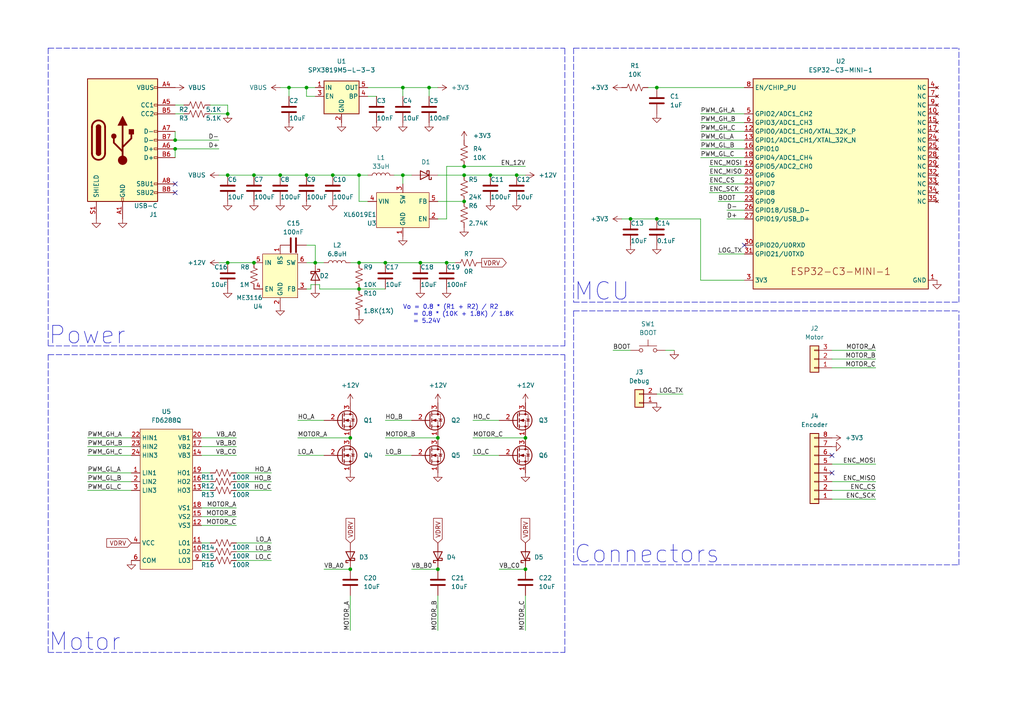
<source format=kicad_sch>
(kicad_sch (version 20211123) (generator eeschema)
  (paper "A4")
  (title_block (title "HelloFOC") (company "XiNGRZ"))
  (lib_symbols
    (symbol "Connector:USB_C_Receptacle_USB2.0" (pin_names (offset 1.016))
      (property "Reference" "J" (at -10.16 19.05 0))
      (property "Value" "USB_C_Receptacle_USB2.0" (at 19.05 19.05 0))
      (symbol "USB_C_Receptacle_USB2.0_1_1"
        (pin passive line (at 0 -22.86 90) (length 5.08) (name "GND") (number "A1"))
        (pin passive line (at 0 -22.86 90) (length 5.08) hide (name "GND") (number "A12"))
        (pin passive line (at 15.24 15.24 180) (length 5.08) (name "VBUS") (number "A4"))
        (pin bidirectional line (at 15.24 10.16 180) (length 5.08) (name "CC1") (number "A5"))
        (pin bidirectional line (at 15.24 -2.54 180) (length 5.08) (name "D+") (number "A6"))
        (pin bidirectional line (at 15.24 2.54 180) (length 5.08) (name "D-") (number "A7"))
        (pin bidirectional line (at 15.24 -12.7 180) (length 5.08) (name "SBU1") (number "A8"))
        (pin passive line (at 15.24 15.24 180) (length 5.08) hide (name "VBUS") (number "A9"))
        (pin passive line (at 0 -22.86 90) (length 5.08) hide (name "GND") (number "B1"))
        (pin passive line (at 0 -22.86 90) (length 5.08) hide (name "GND") (number "B12"))
        (pin passive line (at 15.24 15.24 180) (length 5.08) hide (name "VBUS") (number "B4"))
        (pin bidirectional line (at 15.24 7.62 180) (length 5.08) (name "CC2") (number "B5"))
        (pin bidirectional line (at 15.24 -5.08 180) (length 5.08) (name "D+") (number "B6"))
        (pin bidirectional line (at 15.24 0 180) (length 5.08) (name "D-") (number "B7"))
        (pin bidirectional line (at 15.24 -15.24 180) (length 5.08) (name "SBU2") (number "B8"))
        (pin passive line (at 15.24 15.24 180) (length 5.08) hide (name "VBUS") (number "B9"))
        (pin passive line (at -7.62 -22.86 90) (length 5.08) (name "SHIELD") (number "S1"))
      )
    )
    (symbol "Connector_Generic:Conn_01x02" (pin_names (offset 1.016) hide)
      (property "Reference" "J" (at 0 2.54 0))
      (property "Value" "Conn_01x02" (at 0 -5.08 0))
      (symbol "Conn_01x02_1_1"
        (pin passive line (at -5.08 0 0) (length 3.81) (name "Pin_1") (number "1"))
        (pin passive line (at -5.08 -2.54 0) (length 3.81) (name "Pin_2") (number "2"))
      )
    )
    (symbol "Connector_Generic:Conn_01x03" (pin_names (offset 1.016) hide)
      (property "Reference" "J" (at 0 5.08 0))
      (property "Value" "Conn_01x03" (at 0 -5.08 0))
      (symbol "Conn_01x03_1_1"
        (pin passive line (at -5.08 2.54 0) (length 3.81) (name "Pin_1") (number "1"))
        (pin passive line (at -5.08 0 0) (length 3.81) (name "Pin_2") (number "2"))
        (pin passive line (at -5.08 -2.54 0) (length 3.81) (name "Pin_3") (number "3"))
      )
    )
    (symbol "Connector_Generic:Conn_01x08" (pin_names (offset 1.016) hide)
      (property "Reference" "J" (at 0 10.16 0))
      (property "Value" "Conn_01x08" (at 0 -12.7 0))
      (symbol "Conn_01x08_1_1"
        (pin passive line (at -5.08 7.62 0) (length 3.81) (name "Pin_1") (number "1"))
        (pin passive line (at -5.08 5.08 0) (length 3.81) (name "Pin_2") (number "2"))
        (pin passive line (at -5.08 2.54 0) (length 3.81) (name "Pin_3") (number "3"))
        (pin passive line (at -5.08 0 0) (length 3.81) (name "Pin_4") (number "4"))
        (pin passive line (at -5.08 -2.54 0) (length 3.81) (name "Pin_5") (number "5"))
        (pin passive line (at -5.08 -5.08 0) (length 3.81) (name "Pin_6") (number "6"))
        (pin passive line (at -5.08 -7.62 0) (length 3.81) (name "Pin_7") (number "7"))
        (pin passive line (at -5.08 -10.16 0) (length 3.81) (name "Pin_8") (number "8"))
      )
    )
    (symbol "Device:C" (pin_numbers hide) (pin_names (offset 0.254))
      (property "Reference" "C" (at 0.635 2.54 0))
      (property "Value" "C" (at 0.635 -2.54 0))
      (symbol "C_1_1"
        (pin passive line (at 0 3.81 270) (length 2.794) (name "~") (number "1"))
        (pin passive line (at 0 -3.81 90) (length 2.794) (name "~") (number "2"))
      )
    )
    (symbol "Device:D_Schottky" (pin_numbers hide) (pin_names (offset 1.016) hide)
      (property "Reference" "D" (at 0 2.54 0))
      (property "Value" "D_Schottky" (at 0 -2.54 0))
      (symbol "D_Schottky_1_1"
        (pin passive line (at -3.81 0 0) (length 2.54) (name "K") (number "1"))
        (pin passive line (at 3.81 0 180) (length 2.54) (name "A") (number "2"))
      )
    )
    (symbol "Device:L" (pin_numbers hide) (pin_names (offset 1.016) hide)
      (property "Reference" "L" (at -1.27 0 90))
      (property "Value" "L" (at 1.905 0 90))
      (symbol "L_1_1"
        (pin passive line (at 0 3.81 270) (length 1.27) (name "1") (number "1"))
        (pin passive line (at 0 -3.81 90) (length 1.27) (name "2") (number "2"))
      )
    )
    (symbol "Device:Q_NMOS_SGD" (pin_names (offset 0) hide)
      (property "Reference" "Q" (at 5.08 1.27 0))
      (property "Value" "Q_NMOS_SGD" (at 5.08 -1.27 0))
      (symbol "Q_NMOS_SGD_1_1"
        (pin passive line (at 2.54 -5.08 90) (length 2.54) (name "S") (number "1"))
        (pin input line (at -5.08 0 0) (length 5.08) (name "G") (number "2"))
        (pin passive line (at 2.54 5.08 270) (length 2.54) (name "D") (number "3"))
      )
    )
    (symbol "Device:R_US" (pin_numbers hide) (pin_names (offset 0))
      (property "Reference" "R" (at 2.54 0 90))
      (property "Value" "R_US" (at -2.54 0 90))
      (symbol "R_US_1_1"
        (pin passive line (at 0 3.81 270) (length 1.27) (name "~") (number "1"))
        (pin passive line (at 0 -3.81 90) (length 1.27) (name "~") (number "2"))
      )
    )
    (symbol "Espressif:ESP32-C3-MINI-1"
      (property "Reference" "U" (at -25.4 35.56 0))
      (property "Value" "ESP32-C3-MINI-1" (at -25.4 33.02 0))
      (symbol "ESP32-C3-MINI-1_0_0"
        (text "ESP32-C3-MINI-1" (at 0 -25.4 0) (effects (font (size 2 2))))
      )
      (symbol "ESP32-C3-MINI-1_1_1"
        (pin power_in line (at 27.94 -27.94 180) (length 2.54) (name "GND") (number "1"))
        (pin no_connect line (at 27.94 20.32 180) (length 2.54) (name "NC") (number "10"))
        (pin bidirectional line (at -27.94 15.24 0) (length 2.54) (name "GPIO0/ADC1_CH0/XTAL_32K_P") (number "12"))
        (pin bidirectional line (at -27.94 12.7 0) (length 2.54) (name "GPIO1/ADC1_CH1/XTAL_32K_N") (number "13"))
        (pin no_connect line (at 27.94 17.78 180) (length 2.54) (name "NC") (number "15"))
        (pin bidirectional line (at -27.94 10.16 0) (length 2.54) (name "GPIO10") (number "16"))
        (pin no_connect line (at 27.94 15.24 180) (length 2.54) (name "NC") (number "17"))
        (pin bidirectional line (at -27.94 7.62 0) (length 2.54) (name "GPIO4/ADC1_CH4") (number "18"))
        (pin bidirectional line (at -27.94 5.08 0) (length 2.54) (name "GPIO5/ADC2_CH0") (number "19"))
        (pin passive line (at 27.94 -27.94 180) (length 2.54) hide (name "GND") (number "2"))
        (pin bidirectional line (at -27.94 2.54 0) (length 2.54) (name "GPIO6") (number "20"))
        (pin bidirectional line (at -27.94 0 0) (length 2.54) (name "GPIO7") (number "21"))
        (pin bidirectional line (at -27.94 -2.54 0) (length 2.54) (name "GPIO8") (number "22"))
        (pin bidirectional line (at -27.94 -5.08 0) (length 2.54) (name "GPIO9") (number "23"))
        (pin no_connect line (at 27.94 12.7 180) (length 2.54) (name "NC") (number "24"))
        (pin no_connect line (at 27.94 10.16 180) (length 2.54) (name "NC") (number "25"))
        (pin bidirectional line (at -27.94 -7.62 0) (length 2.54) (name "GPIO18/USB_D-") (number "26"))
        (pin bidirectional line (at -27.94 -10.16 0) (length 2.54) (name "GPIO19/USB_D+") (number "27"))
        (pin no_connect line (at 27.94 7.62 180) (length 2.54) (name "NC") (number "28"))
        (pin no_connect line (at 27.94 5.08 180) (length 2.54) (name "NC") (number "29"))
        (pin power_in line (at -27.94 -27.94 0) (length 2.54) (name "3V3") (number "3"))
        (pin bidirectional line (at -27.94 -17.78 0) (length 2.54) (name "GPIO20/U0RXD") (number "30"))
        (pin bidirectional line (at -27.94 -20.32 0) (length 2.54) (name "GPIO21/U0TXD") (number "31"))
        (pin no_connect line (at 27.94 2.54 180) (length 2.54) (name "NC") (number "32"))
        (pin no_connect line (at 27.94 0 180) (length 2.54) (name "NC") (number "33"))
        (pin no_connect line (at 27.94 -2.54 180) (length 2.54) (name "NC") (number "34"))
        (pin no_connect line (at 27.94 -5.08 180) (length 2.54) (name "NC") (number "35"))
        (pin passive line (at 27.94 -27.94 180) (length 2.54) hide (name "GND") (number "36"))
        (pin passive line (at 27.94 -27.94 180) (length 2.54) hide (name "GND") (number "37"))
        (pin passive line (at 27.94 -27.94 180) (length 2.54) hide (name "GND") (number "38"))
        (pin passive line (at 27.94 -27.94 180) (length 2.54) hide (name "GND") (number "39"))
        (pin no_connect line (at 27.94 27.94 180) (length 2.54) (name "NC") (number "4"))
        (pin passive line (at 27.94 -27.94 180) (length 2.54) hide (name "GND") (number "40"))
        (pin passive line (at 27.94 -27.94 180) (length 2.54) hide (name "GND") (number "41"))
        (pin passive line (at 27.94 -27.94 180) (length 2.54) hide (name "GND") (number "42"))
        (pin passive line (at 27.94 -27.94 180) (length 2.54) hide (name "GND") (number "43"))
        (pin passive line (at 27.94 -27.94 180) (length 2.54) hide (name "GND") (number "44"))
        (pin passive line (at 27.94 -27.94 180) (length 2.54) hide (name "GND") (number "45"))
        (pin passive line (at 27.94 -27.94 180) (length 2.54) hide (name "GND") (number "46"))
        (pin passive line (at 27.94 -27.94 180) (length 2.54) hide (name "GND") (number "47"))
        (pin passive line (at 27.94 -27.94 180) (length 2.54) hide (name "GND") (number "48"))
        (pin passive line (at 27.94 -27.94 180) (length 2.54) hide (name "GND") (number "49"))
        (pin bidirectional line (at -27.94 20.32 0) (length 2.54) (name "GPIO2/ADC1_CH2") (number "5"))
        (pin passive line (at 27.94 -27.94 180) (length 2.54) hide (name "GND") (number "50"))
        (pin passive line (at 27.94 -27.94 180) (length 2.54) hide (name "GND") (number "51"))
        (pin passive line (at 27.94 -27.94 180) (length 2.54) hide (name "GND") (number "52"))
        (pin passive line (at 27.94 -27.94 180) (length 2.54) hide (name "GND") (number "53"))
        (pin bidirectional line (at -27.94 17.78 0) (length 2.54) (name "GPIO3/ADC1_CH3") (number "6"))
        (pin no_connect line (at 27.94 25.4 180) (length 2.54) (name "NC") (number "7"))
        (pin input line (at -27.94 27.94 0) (length 2.54) (name "EN/CHIP_PU") (number "8"))
        (pin no_connect line (at 27.94 22.86 180) (length 2.54) (name "NC") (number "9"))
      )
    )
    (symbol "JLC-SMT:FD6288Q"
      (property "Reference" "U" (at 0 -24.13 0))
      (property "Value" "FD6288Q" (at 0 -21.59 0))
      (symbol "FD6288Q_1_1"
        (pin input line (at -10.16 7.62 0) (length 2.54) (name "LIN1") (number "1"))
        (pin output line (at 10.16 -15.24 180) (length 2.54) (name "LO2") (number "10"))
        (pin output line (at 10.16 -12.7 180) (length 2.54) (name "LO1") (number "11"))
        (pin power_in line (at 10.16 -7.62 180) (length 2.54) (name "VS3") (number "12"))
        (pin output line (at 10.16 2.54 180) (length 2.54) (name "HO3") (number "13"))
        (pin power_in line (at 10.16 12.7 180) (length 2.54) (name "VB3") (number "14"))
        (pin power_in line (at 10.16 -5.08 180) (length 2.54) (name "VS2") (number "15"))
        (pin output line (at 10.16 5.08 180) (length 2.54) (name "HO2") (number "16"))
        (pin power_in line (at 10.16 15.24 180) (length 2.54) (name "VB2") (number "17"))
        (pin power_in line (at 10.16 -2.54 180) (length 2.54) (name "VS1") (number "18"))
        (pin output line (at 10.16 7.62 180) (length 2.54) (name "HO1") (number "19"))
        (pin input line (at -10.16 5.08 0) (length 2.54) (name "LIN2") (number "2"))
        (pin power_in line (at 10.16 17.78 180) (length 2.54) (name "VB1") (number "20"))
        (pin input line (at -10.16 17.78 0) (length 2.54) (name "HIN1") (number "22"))
        (pin input line (at -10.16 15.24 0) (length 2.54) (name "HIN2") (number "23"))
        (pin input line (at -10.16 12.7 0) (length 2.54) (name "HIN3") (number "24"))
        (pin input line (at -10.16 2.54 0) (length 2.54) (name "LIN3") (number "3"))
        (pin power_in line (at -10.16 -12.7 0) (length 2.54) (name "VCC") (number "4"))
        (pin power_in line (at -10.16 -17.78 0) (length 2.54) (name "COM") (number "6"))
        (pin output line (at 10.16 -17.78 180) (length 2.54) (name "LO3") (number "9"))
      )
    )
    (symbol "JLC-SMT:ME3116"
      (property "Reference" "U" (at 1.27 -10.16 0))
      (property "Value" "ME3116" (at 1.27 -7.62 0))
      (symbol "ME3116_1_1"
        (pin passive line (at 0 8.89 270) (length 2.54) (name "BS") (number "1"))
        (pin power_in line (at 0 -8.89 90) (length 2.54) (name "GND") (number "2"))
        (pin input line (at 7.62 -3.81 180) (length 2.54) (name "FB") (number "3"))
        (pin input line (at -7.62 -3.81 0) (length 2.54) (name "EN") (number "4"))
        (pin power_in line (at -7.62 3.81 0) (length 2.54) (name "IN") (number "5"))
        (pin power_out line (at 7.62 3.81 180) (length 2.54) (name "SW") (number "6"))
      )
    )
    (symbol "JLC-SMT:XL6019E1"
      (property "Reference" "U" (at 2.54 -8.89 0))
      (property "Value" "XL6019E1" (at 2.54 -6.35 0))
      (symbol "XL6019E1_1_1"
        (pin power_in line (at 0 -7.62 90) (length 2.54) (name "GND") (number "1"))
        (pin input line (at 10.16 -2.54 180) (length 2.54) (name "EN") (number "2"))
        (pin passive line (at 0 7.62 270) (length 2.54) (name "SW") (number "3"))
        (pin power_in line (at -10.16 2.54 0) (length 2.54) (name "VIN") (number "4"))
        (pin passive line (at 10.16 2.54 180) (length 2.54) (name "FB") (number "5"))
        (pin passive line (at 0 7.62 270) (length 2.54) hide (name "SW") (number "6"))
      )
    )
    (symbol "Regulator_Linear:SPX3819M5-L-3-3" (pin_names (offset 0.254))
      (property "Reference" "U" (at -3.81 5.715 0))
      (property "Value" "SPX3819M5-L-3-3" (at 0 5.715 0))
      (symbol "SPX3819M5-L-3-3_1_1"
        (pin power_in line (at -7.62 2.54 0) (length 2.54) (name "IN") (number "1"))
        (pin power_in line (at 0 -7.62 90) (length 2.54) (name "GND") (number "2"))
        (pin input line (at -7.62 0 0) (length 2.54) (name "EN") (number "3"))
        (pin input line (at 7.62 0 180) (length 2.54) (name "BP") (number "4"))
        (pin power_out line (at 7.62 2.54 180) (length 2.54) (name "OUT") (number "5"))
      )
    )
    (symbol "Switch:SW_Push" (pin_numbers hide) (pin_names (offset 1.016) hide)
      (property "Reference" "SW" (at 1.27 2.54 0))
      (property "Value" "SW_Push" (at 0 -1.524 0))
      (symbol "SW_Push_0_1"
        (pin passive line (at -5.08 0 0) (length 2.54) (name "1") (number "1"))
        (pin passive line (at 5.08 0 180) (length 2.54) (name "2") (number "2"))
      )
    )
    (symbol "power:+12V" (power) (pin_names (offset 0))
      (property "Value" "+12V" (at 0 3.556 0))
      (symbol "+12V_1_1"
        (pin power_in line (at 0 0 90) (length 0) hide (name "+12V") (number "1"))
      )
    )
    (symbol "power:+3V3" (power) (pin_names (offset 0))
      (property "Value" "+3V3" (at 0 3.556 0))
      (symbol "+3V3_1_1"
        (pin power_in line (at 0 0 90) (length 0) hide (name "+3V3") (number "1"))
      )
    )
    (symbol "power:GND" (power) (pin_names (offset 0))
      (property "Value" "GND" (at 0 -3.81 0))
      (symbol "GND_1_1"
        (pin power_in line (at 0 0 270) (length 0) hide (name "GND") (number "1"))
      )
    )
    (symbol "power:VBUS" (power) (pin_names (offset 0))
      (property "Value" "VBUS" (at 0 3.81 0))
      (symbol "VBUS_1_1"
        (pin power_in line (at 0 0 90) (length 0) hide (name "VBUS") (number "1"))
      )
    )
  )
  (junction (at 182.88 63.5))
  (junction (at 127 127))
  (junction (at 88.9 50.8))
  (junction (at 134.62 50.8))
  (junction (at 66.04 33.02))
  (junction (at 66.04 50.8))
  (junction (at 124.46 25.4))
  (junction (at 83.82 25.4))
  (junction (at 101.6 127))
  (junction (at 127 165.1))
  (junction (at 73.66 50.8))
  (junction (at 190.5 25.4))
  (junction (at 88.9 25.4))
  (junction (at 116.84 25.4))
  (junction (at 91.44 76.2))
  (junction (at 134.62 48.26))
  (junction (at 142.24 50.8))
  (junction (at 152.4 165.1))
  (junction (at 111.76 76.2))
  (junction (at 96.52 50.8))
  (junction (at 66.04 76.2))
  (junction (at 104.14 76.2))
  (junction (at 152.4 127))
  (junction (at 101.6 165.1))
  (junction (at 121.92 76.2))
  (junction (at 73.66 76.2))
  (junction (at 149.86 50.8))
  (junction (at 104.14 50.8))
  (junction (at 81.28 50.8))
  (junction (at 116.84 50.8))
  (junction (at 134.62 58.42))
  (junction (at 190.5 63.5))
  (junction (at 129.54 76.2))
  (junction (at 50.8 40.64))
  (junction (at 50.8 43.18))
  (junction (at 104.14 83.82))
  (no_connect (at 241.3 137.16))
  (no_connect (at 241.3 132.08))
  (no_connect (at 215.9 71.12))
  (no_connect (at 50.8 55.88))
  (no_connect (at 50.8 53.34))
  (wire (pts (xy 106.68 25.4) (xy 116.84 25.4)))
  (wire (pts (xy 104.14 83.82) (xy 111.76 83.82)))
  (wire (pts (xy 203.2 35.56) (xy 215.9 35.56)))
  (wire (pts (xy 50.8 38.1) (xy 50.8 40.64)))
  (polyline (pts (xy 13.97 189.23) (xy 163.83 189.23)))
  (polyline (pts (xy 13.97 100.33) (xy 163.83 100.33)))
  (polyline (pts (xy 166.37 90.17) (xy 166.37 163.83)))
  (wire (pts (xy 25.4 142.24) (xy 38.1 142.24)))
  (polyline (pts (xy 278.13 87.63) (xy 278.13 13.97)))
  (wire (pts (xy 208.28 58.42) (xy 215.9 58.42)))
  (wire (pts (xy 101.6 76.2) (xy 104.14 76.2)))
  (wire (pts (xy 83.82 25.4) (xy 88.9 25.4)))
  (wire (pts (xy 180.34 63.5) (xy 182.88 63.5)))
  (wire (pts (xy 193.04 101.6) (xy 195.58 101.6)))
  (wire (pts (xy 60.96 33.02) (xy 66.04 33.02)))
  (wire (pts (xy 63.5 50.8) (xy 66.04 50.8)))
  (wire (pts (xy 116.84 50.8) (xy 116.84 53.34)))
  (wire (pts (xy 73.66 50.8) (xy 81.28 50.8)))
  (wire (pts (xy 63.5 76.2) (xy 66.04 76.2)))
  (wire (pts (xy 215.9 60.96) (xy 210.82 60.96)))
  (wire (pts (xy 241.3 144.78) (xy 254 144.78)))
  (wire (pts (xy 241.3 134.62) (xy 254 134.62)))
  (wire (pts (xy 104.14 76.2) (xy 111.76 76.2)))
  (wire (pts (xy 106.68 58.42) (xy 104.14 58.42)))
  (wire (pts (xy 58.42 160.02) (xy 60.96 160.02)))
  (polyline (pts (xy 166.37 163.83) (xy 278.13 163.83)))
  (wire (pts (xy 58.42 132.08) (xy 68.58 132.08)))
  (wire (pts (xy 205.74 53.34) (xy 215.9 53.34)))
  (wire (pts (xy 81.28 50.8) (xy 88.9 50.8)))
  (wire (pts (xy 68.58 137.16) (xy 78.74 137.16)))
  (wire (pts (xy 68.58 160.02) (xy 78.74 160.02)))
  (polyline (pts (xy 13.97 102.87) (xy 163.83 102.87)))
  (wire (pts (xy 137.16 132.08) (xy 144.78 132.08)))
  (wire (pts (xy 203.2 81.28) (xy 215.9 81.28)))
  (polyline (pts (xy 163.83 100.33) (xy 163.83 13.97)))
  (wire (pts (xy 111.76 132.08) (xy 119.38 132.08)))
  (wire (pts (xy 92.71 82.55) (xy 92.71 83.82)))
  (wire (pts (xy 58.42 139.7) (xy 60.96 139.7)))
  (wire (pts (xy 111.76 76.2) (xy 121.92 76.2)))
  (wire (pts (xy 58.42 152.4) (xy 68.58 152.4)))
  (wire (pts (xy 68.58 162.56) (xy 78.74 162.56)))
  (wire (pts (xy 25.4 127) (xy 38.1 127)))
  (wire (pts (xy 58.42 127) (xy 68.58 127)))
  (wire (pts (xy 177.8 101.6) (xy 182.88 101.6)))
  (wire (pts (xy 58.42 162.56) (xy 60.96 162.56)))
  (wire (pts (xy 58.42 157.48) (xy 60.96 157.48)))
  (wire (pts (xy 124.46 25.4) (xy 127 25.4)))
  (wire (pts (xy 58.42 137.16) (xy 60.96 137.16)))
  (wire (pts (xy 152.4 48.26) (xy 134.62 48.26)))
  (wire (pts (xy 119.38 165.1) (xy 127 165.1)))
  (wire (pts (xy 86.36 132.08) (xy 93.98 132.08)))
  (wire (pts (xy 66.04 50.8) (xy 73.66 50.8)))
  (polyline (pts (xy 166.37 13.97) (xy 278.13 13.97)))
  (wire (pts (xy 124.46 27.94) (xy 124.46 25.4)))
  (wire (pts (xy 137.16 121.92) (xy 144.78 121.92)))
  (wire (pts (xy 205.74 50.8) (xy 215.9 50.8)))
  (wire (pts (xy 111.76 121.92) (xy 119.38 121.92)))
  (wire (pts (xy 203.2 33.02) (xy 215.9 33.02)))
  (wire (pts (xy 25.4 132.08) (xy 38.1 132.08)))
  (wire (pts (xy 241.3 104.14) (xy 254 104.14)))
  (wire (pts (xy 93.98 165.1) (xy 101.6 165.1)))
  (wire (pts (xy 127 50.8) (xy 134.62 50.8)))
  (wire (pts (xy 58.42 142.24) (xy 60.96 142.24)))
  (wire (pts (xy 86.36 127) (xy 101.6 127)))
  (wire (pts (xy 116.84 25.4) (xy 124.46 25.4)))
  (wire (pts (xy 129.54 48.26) (xy 129.54 63.5)))
  (wire (pts (xy 101.6 172.72) (xy 101.6 182.88)))
  (wire (pts (xy 91.44 27.94) (xy 88.9 27.94)))
  (wire (pts (xy 203.2 63.5) (xy 190.5 63.5)))
  (wire (pts (xy 88.9 50.8) (xy 96.52 50.8)))
  (wire (pts (xy 129.54 76.2) (xy 132.08 76.2)))
  (wire (pts (xy 50.8 43.18) (xy 63.5 43.18)))
  (wire (pts (xy 88.9 25.4) (xy 91.44 25.4)))
  (wire (pts (xy 190.5 114.3) (xy 198.12 114.3)))
  (wire (pts (xy 81.28 25.4) (xy 83.82 25.4)))
  (wire (pts (xy 91.44 76.2) (xy 93.98 76.2)))
  (wire (pts (xy 215.9 63.5) (xy 210.82 63.5)))
  (wire (pts (xy 60.96 30.48) (xy 66.04 30.48)))
  (wire (pts (xy 90.17 82.55) (xy 90.17 83.82)))
  (wire (pts (xy 96.52 50.8) (xy 104.14 50.8)))
  (wire (pts (xy 92.71 83.82) (xy 104.14 83.82)))
  (wire (pts (xy 88.9 83.82) (xy 90.17 83.82)))
  (wire (pts (xy 68.58 139.7) (xy 78.74 139.7)))
  (wire (pts (xy 137.16 127) (xy 152.4 127)))
  (wire (pts (xy 134.62 50.8) (xy 142.24 50.8)))
  (wire (pts (xy 149.86 50.8) (xy 152.4 50.8)))
  (wire (pts (xy 203.2 38.1) (xy 215.9 38.1)))
  (wire (pts (xy 66.04 76.2) (xy 73.66 76.2)))
  (wire (pts (xy 91.44 71.12) (xy 91.44 76.2)))
  (polyline (pts (xy 278.13 163.83) (xy 278.13 90.17)))
  (wire (pts (xy 90.17 82.55) (xy 92.71 82.55)))
  (wire (pts (xy 50.8 30.48) (xy 53.34 30.48)))
  (wire (pts (xy 205.74 48.26) (xy 215.9 48.26)))
  (wire (pts (xy 203.2 63.5) (xy 203.2 81.28)))
  (wire (pts (xy 88.9 27.94) (xy 88.9 25.4)))
  (wire (pts (xy 58.42 147.32) (xy 68.58 147.32)))
  (wire (pts (xy 190.5 25.4) (xy 215.9 25.4)))
  (wire (pts (xy 68.58 157.48) (xy 78.74 157.48)))
  (wire (pts (xy 116.84 25.4) (xy 116.84 27.94)))
  (wire (pts (xy 58.42 149.86) (xy 68.58 149.86)))
  (wire (pts (xy 203.2 45.72) (xy 215.9 45.72)))
  (wire (pts (xy 114.3 50.8) (xy 116.84 50.8)))
  (polyline (pts (xy 13.97 13.97) (xy 13.97 100.33)))
  (wire (pts (xy 25.4 137.16) (xy 38.1 137.16)))
  (wire (pts (xy 129.54 48.26) (xy 134.62 48.26)))
  (wire (pts (xy 152.4 172.72) (xy 152.4 182.88)))
  (wire (pts (xy 104.14 50.8) (xy 106.68 50.8)))
  (polyline (pts (xy 166.37 90.17) (xy 278.13 90.17)))
  (wire (pts (xy 144.78 165.1) (xy 152.4 165.1)))
  (wire (pts (xy 25.4 129.54) (xy 38.1 129.54)))
  (wire (pts (xy 68.58 142.24) (xy 78.74 142.24)))
  (wire (pts (xy 88.9 76.2) (xy 91.44 76.2)))
  (polyline (pts (xy 163.83 189.23) (xy 163.83 102.87)))
  (wire (pts (xy 203.2 43.18) (xy 215.9 43.18)))
  (wire (pts (xy 127 58.42) (xy 134.62 58.42)))
  (wire (pts (xy 241.3 142.24) (xy 254 142.24)))
  (wire (pts (xy 116.84 50.8) (xy 119.38 50.8)))
  (wire (pts (xy 50.8 40.64) (xy 63.5 40.64)))
  (wire (pts (xy 50.8 45.72) (xy 50.8 43.18)))
  (wire (pts (xy 111.76 127) (xy 127 127)))
  (wire (pts (xy 25.4 139.7) (xy 38.1 139.7)))
  (polyline (pts (xy 13.97 102.87) (xy 13.97 189.23)))
  (wire (pts (xy 142.24 50.8) (xy 149.86 50.8)))
  (polyline (pts (xy 13.97 13.97) (xy 163.83 13.97)))
  (wire (pts (xy 104.14 58.42) (xy 104.14 50.8)))
  (wire (pts (xy 127 63.5) (xy 129.54 63.5)))
  (wire (pts (xy 121.92 76.2) (xy 129.54 76.2)))
  (wire (pts (xy 86.36 121.92) (xy 93.98 121.92)))
  (polyline (pts (xy 166.37 13.97) (xy 166.37 87.63)))
  (wire (pts (xy 241.3 101.6) (xy 254 101.6)))
  (wire (pts (xy 50.8 33.02) (xy 53.34 33.02)))
  (wire (pts (xy 187.96 25.4) (xy 190.5 25.4)))
  (wire (pts (xy 205.74 55.88) (xy 215.9 55.88)))
  (wire (pts (xy 241.3 106.68) (xy 254 106.68)))
  (wire (pts (xy 83.82 25.4) (xy 83.82 27.94)))
  (wire (pts (xy 182.88 63.5) (xy 190.5 63.5)))
  (wire (pts (xy 215.9 73.66) (xy 208.28 73.66)))
  (wire (pts (xy 241.3 139.7) (xy 254 139.7)))
  (wire (pts (xy 58.42 129.54) (xy 68.58 129.54)))
  (wire (pts (xy 203.2 40.64) (xy 215.9 40.64)))
  (wire (pts (xy 127 172.72) (xy 127 182.88)))
  (wire (pts (xy 88.9 71.12) (xy 91.44 71.12)))
  (wire (pts (xy 66.04 30.48) (xy 66.04 33.02)))
  (wire (pts (xy 106.68 27.94) (xy 109.22 27.94)))
  (polyline (pts (xy 166.37 87.63) (xy 278.13 87.63)))
  (text "Power" (at 13.97 100.33 0) (effects (font (size 5.08 5.08)) (justify left bottom)))
  (text "Connectors" (at 166.37 163.83 0) (effects (font (size 5.08 5.08)) (justify left bottom)))
  (text "MCU" (at 166.37 87.63 0) (effects (font (size 5.08 5.08)) (justify left bottom)))
  (text "Vo = 0.8 * (R1 + R2) / R2\n   = 0.8 * (10K + 1.8K) / 1.8K\n   = 5.24V" (at 116.84 93.98 0) (effects (font (size 1.27 1.27)) (justify left bottom)))
  (text "Motor" (at 13.97 189.23 0) (effects (font (size 5.08 5.08)) (justify left bottom)))
  (label "LO_C" (at 137.16 132.08 0))
  (label "HO_A" (at 78.74 137.16 180))
  (label "ENC_MISO" (at 254 139.7 180))
  (label "MOTOR_B" (at 254 104.14 180))
  (label "VB_B0" (at 68.58 129.54 180))
  (label "LO_C" (at 78.74 162.56 180))
  (label "D+" (at 63.5 43.18 180))
  (label "PWM_GH_C" (at 203.2 38.1 0))
  (label "D+" (at 210.82 63.5 0))
  (label "LO_A" (at 86.36 132.08 0))
  (label "ENC_MOSI" (at 205.74 48.26 0))
  (label "PWM_GL_A" (at 203.2 40.64 0))
  (label "ENC_SCK" (at 205.74 55.88 0))
  (label "MOTOR_B" (at 68.58 149.86 180))
  (label "EN_12V" (at 152.4 48.26 180))
  (label "MOTOR_A" (at 68.58 147.32 180))
  (label "HO_B" (at 111.76 121.92 0))
  (label "LOG_TX" (at 208.28 73.66 0))
  (label "MOTOR_C" (at 137.16 127 0))
  (label "ENC_SCK" (at 254 144.78 180))
  (label "HO_C" (at 78.74 142.24 180))
  (label "ENC_MOSI" (at 254 134.62 180))
  (label "PWM_GL_C" (at 203.2 45.72 0))
  (label "PWM_GH_C" (at 25.4 132.08 0))
  (label "MOTOR_C" (at 152.4 182.88 90))
  (label "VB_C0" (at 68.58 132.08 180))
  (label "VB_B0" (at 119.38 165.1 0))
  (label "MOTOR_A" (at 101.6 182.88 90))
  (label "LO_A" (at 78.74 157.48 180))
  (label "ENC_CS" (at 254 142.24 180))
  (label "VB_C0" (at 144.78 165.1 0))
  (label "PWM_GL_B" (at 25.4 139.7 0))
  (label "LO_B" (at 111.76 132.08 0))
  (label "LOG_TX" (at 198.12 114.3 180))
  (label "PWM_GH_B" (at 203.2 35.56 0))
  (label "MOTOR_B" (at 127 182.88 90))
  (label "ENC_CS" (at 205.74 53.34 0))
  (label "LO_B" (at 78.74 160.02 180))
  (label "HO_A" (at 86.36 121.92 0))
  (label "ENC_MISO" (at 205.74 50.8 0))
  (label "VB_A0" (at 93.98 165.1 0))
  (label "HO_B" (at 78.74 139.7 180))
  (label "PWM_GL_A" (at 25.4 137.16 0))
  (label "PWM_GH_A" (at 25.4 127 0))
  (label "VB_A0" (at 68.58 127 180))
  (label "MOTOR_A" (at 86.36 127 0))
  (label "BOOT" (at 208.28 58.42 0))
  (label "MOTOR_A" (at 254 101.6 180))
  (label "D-" (at 210.82 60.96 0))
  (label "MOTOR_B" (at 111.76 127 0))
  (label "BOOT" (at 177.8 101.6 0))
  (label "HO_C" (at 137.16 121.92 0))
  (label "D-" (at 63.5 40.64 180))
  (label "PWM_GL_B" (at 203.2 43.18 0))
  (label "PWM_GL_C" (at 25.4 142.24 0))
  (label "PWM_GH_B" (at 25.4 129.54 0))
  (label "MOTOR_C" (at 68.58 152.4 180))
  (label "PWM_GH_A" (at 203.2 33.02 0))
  (label "MOTOR_C" (at 254 106.68 180))
  (global_label "VDRV" (shape input) (at 152.4 157.48 90) (property "插入图纸页参考" "${INTERSHEET_REFS}" (effects hide)))
  (global_label "VDRV" (shape input) (at 38.1 157.48 180) (property "插入图纸页参考" "${INTERSHEET_REFS}" (effects hide)))
  (global_label "VDRV" (shape output) (at 139.7 76.2 0) (property "插入图纸页参考" "${INTERSHEET_REFS}" (effects hide)))
  (global_label "VDRV" (shape input) (at 127 157.48 90) (property "插入图纸页参考" "${INTERSHEET_REFS}" (effects hide)))
  (global_label "VDRV" (shape input) (at 101.6 157.48 90) (property "插入图纸页参考" "${INTERSHEET_REFS}" (effects hide)))
  (symbol (lib_id "Device:C") (at 88.9 54.61 0) (unit 1)
    (property "Reference" "C9" (at 88.9 52.07 0) (effects (justify left)))
    (property "Value" "100uF" (at 88.9 57.15 0) (effects (justify left)))
    (property "Footprint" "Capacitor_SMD:C_1206_3216Metric" (effects hide))
  )
  (symbol (lib_id "Device:R_US") (at 57.15 33.02 90) (unit 1)
    (property "Reference" "R3" (at 54.61 34.29 90) (effects (justify left)))
    (property "Value" "5.1K" (at 59.69 34.29 90) (effects (justify right)))
    (property "Footprint" "Resistor_SMD:R_0402_1005Metric" (effects hide))
  )
  (symbol (lib_id "power:GND") (at 190.5 116.84 0) (unit 1)
    (property "Reference" "#PWR041" (effects hide))
    (property "Value" "GND" (effects hide))
  )
  (symbol (lib_id "Device:L") (at 97.79 76.2 90) (unit 1)
    (property "Reference" "L2" (at 97.79 71.12 90))
    (property "Value" "6.8uH" (at 97.79 73.66 90))
    (property "Footprint" "Inductor_SMD:L_1008_2520Metric" (effects hide))
    (property "Manufacturer" "COILMX" (effects hide))
    (property "PartNumber" "C435291" (effects hide))
    (property "Supplier" "JLC-EXT" (effects hide))
  )
  (symbol (lib_id "power:GND") (at 66.04 33.02 0) (unit 1)
    (property "Reference" "#PWR05" (effects hide))
    (property "Value" "GND" (effects hide))
  )
  (symbol (lib_id "power:GND") (at 88.9 58.42 0) (unit 1)
    (property "Reference" "#PWR018" (effects hide))
    (property "Value" "GND" (effects hide))
  )
  (symbol (lib_id "Device:R_US") (at 64.77 142.24 90) (unit 1)
    (property "Reference" "R13" (at 62.23 143.51 90) (effects (justify left)))
    (property "Value" "100R" (at 67.31 143.51 90) (effects (justify right)))
    (property "Footprint" "Resistor_SMD:R_0402_1005Metric" (effects hide))
  )
  (symbol (lib_id "Espressif:ESP32-C3-MINI-1") (at 243.84 53.34 0) (unit 1)
    (property "Reference" "U2" (at 243.84 17.78 0))
    (property "Value" "ESP32-C3-MINI-1" (at 243.84 20.32 0))
    (property "Footprint" "Espressif:ESP32-C3-MINI-1" (effects hide))
    (property "Datasheet" "https://www.espressif.com/sites/default/files/documentation/esp32-c3-mini-1_datasheet_en.pdf" (effects hide))
    (property "Manufacturer" "ESPRESSIF" (effects hide))
    (property "PartNumber" "C2838502" (effects hide))
    (property "Supplier" "JLC-EXT" (effects hide))
  )
  (symbol (lib_id "Device:C") (at 111.76 80.01 0) (unit 1)
    (property "Reference" "C17" (at 111.76 77.47 0) (effects (justify left)))
    (property "Value" "10uF" (at 111.76 82.55 0) (effects (justify left)))
    (property "Footprint" "Capacitor_SMD:C_0402_1005Metric" (effects hide))
  )
  (symbol (lib_id "power:GND") (at 116.84 68.58 0) (unit 1)
    (property "Reference" "#PWR026" (effects hide))
    (property "Value" "GND" (effects hide))
  )
  (symbol (lib_id "Device:D_Schottky") (at 127 161.29 90) (unit 1)
    (property "Reference" "D4" (at 129.54 161.6074 90) (effects (justify right)))
    (property "Value" "B5819WS" (effects hide))
    (property "Footprint" "Diode_SMD:D_SOD-323" (effects hide))
    (property "PartNumber" "C488405" (effects hide))
    (property "Manufacturer" "Slkor" (effects hide))
    (property "Supplier" "JLC-EXT" (effects hide))
  )
  (symbol (lib_id "power:GND") (at 81.28 88.9 0) (unit 1)
    (property "Reference" "#PWR035" (effects hide))
    (property "Value" "GND" (effects hide))
  )
  (symbol (lib_id "Device:R_US") (at 184.15 25.4 90) (unit 1)
    (property "Reference" "R1" (at 184.15 19.05 90))
    (property "Value" "10K" (at 184.15 21.59 90))
    (property "Footprint" "Resistor_SMD:R_0402_1005Metric" (effects hide))
  )
  (symbol (lib_id "power:GND") (at 116.84 35.56 0) (unit 1)
    (property "Reference" "#PWR010" (effects hide))
    (property "Value" "GND" (effects hide))
  )
  (symbol (lib_id "Device:C") (at 116.84 31.75 0) (unit 1)
    (property "Reference" "C4" (at 116.84 29.21 0) (effects (justify left)))
    (property "Value" "10uF" (at 116.84 34.29 0) (effects (justify left)))
    (property "Footprint" "Capacitor_SMD:C_0402_1005Metric" (effects hide))
  )
  (symbol (lib_id "Device:C") (at 83.82 31.75 0) (unit 1)
    (property "Reference" "C2" (at 83.82 29.21 0) (effects (justify left)))
    (property "Value" "10uF" (at 83.82 34.29 0) (effects (justify left)))
    (property "Footprint" "Capacitor_SMD:C_0402_1005Metric" (effects hide))
  )
  (symbol (lib_id "power:GND") (at 271.78 81.28 0) (unit 1)
    (property "Reference" "#PWR030" (effects hide))
    (property "Value" "GND" (effects hide))
  )
  (symbol (lib_id "Device:Q_NMOS_SGD") (at 99.06 121.92 0) (unit 1)
    (property "Reference" "Q1" (at 105.41 121.9199 0) (effects (justify left)))
    (property "Value" "EMB09N03V" (effects hide))
    (property "Footprint" "JLC-SMT:EMC_EMB09N03V" (effects hide))
    (property "Manufacturer" "EMC" (effects hide))
    (property "PartNumber" "C461957" (effects hide))
    (property "Supplier" "JLC-EXT" (effects hide))
  )
  (symbol (lib_id "power:GND") (at 149.86 58.42 0) (unit 1)
    (property "Reference" "#PWR021" (effects hide))
    (property "Value" "GND" (effects hide))
  )
  (symbol (lib_id "Device:L") (at 110.49 50.8 90) (unit 1)
    (property "Reference" "L1" (at 110.49 45.72 90))
    (property "Value" "33uH" (at 110.49 48.26 90))
    (property "Footprint" "Inductor_SMD:L_10.4x10.4_H4.8" (effects hide))
    (property "Manufacturer" "COILMX" (effects hide))
    (property "PartNumber" "C380056" (effects hide))
    (property "Supplier" "JLC-EXT" (effects hide))
  )
  (symbol (lib_id "Device:R_US") (at 64.77 157.48 90) (unit 1)
    (property "Reference" "R14" (at 62.23 158.75 90) (effects (justify left)))
    (property "Value" "100R" (at 67.31 158.75 90) (effects (justify right)))
    (property "Footprint" "Resistor_SMD:R_0402_1005Metric" (effects hide))
  )
  (symbol (lib_id "power:VBUS") (at 81.28 25.4 90) (unit 1)
    (property "Reference" "#PWR02" (effects hide))
    (property "Value" "VBUS" (at 77.47 25.3999 90) (effects (justify left)))
  )
  (symbol (lib_id "power:GND") (at 101.6 137.16 0) (unit 1)
    (property "Reference" "#PWR044" (effects hide))
    (property "Value" "GND" (effects hide))
  )
  (symbol (lib_id "Regulator_Linear:SPX3819M5-L-3-3") (at 99.06 27.94 0) (unit 1)
    (property "Reference" "U1" (at 99.06 17.78 0))
    (property "Value" "SPX3819M5-L-3-3" (at 99.06 20.32 0))
    (property "Footprint" "Package_TO_SOT_SMD:SOT-23-5" (effects hide))
    (property "Datasheet" "https://www.exar.com/content/document.ashx?id=22106&languageid=1033&type=Datasheet&partnumber=SPX3819&filename=SPX3819.pdf&part=SPX3819" (effects hide))
    (property "Manufacturer" "MaxLinear" (effects hide))
    (property "PartNumber" "C9055" (effects hide))
    (property "Supplier" "JLC-EXT" (effects hide))
  )
  (symbol (lib_id "power:GND") (at 66.04 58.42 0) (unit 1)
    (property "Reference" "#PWR015" (effects hide))
    (property "Value" "GND" (effects hide))
  )
  (symbol (lib_id "Device:Q_NMOS_SGD") (at 149.86 121.92 0) (unit 1)
    (property "Reference" "Q3" (at 156.21 121.9199 0) (effects (justify left)))
    (property "Value" "EMB09N03V" (effects hide))
    (property "Footprint" "JLC-SMT:EMC_EMB09N03V" (effects hide))
    (property "Manufacturer" "EMC" (effects hide))
    (property "PartNumber" "C461957" (effects hide))
    (property "Supplier" "JLC-EXT" (effects hide))
  )
  (symbol (lib_id "Device:R_US") (at 64.77 160.02 90) (unit 1)
    (property "Reference" "R15" (at 62.23 161.29 90) (effects (justify left)))
    (property "Value" "100R" (at 67.31 161.29 90) (effects (justify right)))
    (property "Footprint" "Resistor_SMD:R_0402_1005Metric" (effects hide))
  )
  (symbol (lib_id "Device:C") (at 149.86 54.61 0) (unit 1)
    (property "Reference" "C12" (at 149.86 52.07 0) (effects (justify left)))
    (property "Value" "10uF" (at 149.86 57.15 0) (effects (justify left)))
    (property "Footprint" "Capacitor_SMD:C_0402_1005Metric" (effects hide))
  )
  (symbol (lib_id "Device:Q_NMOS_SGD") (at 99.06 132.08 0) (unit 1)
    (property "Reference" "Q4" (at 105.41 132.0799 0) (effects (justify left)))
    (property "Value" "EMB09N03V" (effects hide))
    (property "Footprint" "JLC-SMT:EMC_EMB09N03V" (effects hide))
    (property "Manufacturer" "EMC" (effects hide))
    (property "PartNumber" "C461957" (effects hide))
    (property "Supplier" "JLC-EXT" (effects hide))
  )
  (symbol (lib_id "Device:D_Schottky") (at 152.4 161.29 90) (unit 1)
    (property "Reference" "D5" (at 154.94 161.6074 90) (effects (justify right)))
    (property "Value" "B5819WS" (effects hide))
    (property "Footprint" "Diode_SMD:D_SOD-323" (effects hide))
    (property "PartNumber" "C488405" (effects hide))
    (property "Manufacturer" "Slkor" (effects hide))
    (property "Supplier" "JLC-EXT" (effects hide))
  )
  (symbol (lib_id "power:GND") (at 142.24 58.42 0) (unit 1)
    (property "Reference" "#PWR020" (effects hide))
    (property "Value" "GND" (effects hide))
  )
  (symbol (lib_id "Switch:SW_Push") (at 187.96 101.6 0) (unit 1)
    (property "Reference" "SW1" (at 187.96 93.98 0))
    (property "Value" "BOOT" (at 187.96 96.52 0))
    (property "Footprint" "JLC-SMT:SMD-SW-4_5.1X5.1" (effects hide))
    (property "Manufacturer" "XKB" (effects hide))
    (property "PartNumber" "C318884" (effects hide))
    (property "Supplier" "JLC" (effects hide))
  )
  (symbol (lib_id "Connector:USB_C_Receptacle_USB2.0") (at 35.56 40.64 0) (unit 1)
    (property "Reference" "J1" (at 45.72 62.23 0) (effects (justify right)))
    (property "Value" "USB-C" (at 45.72 59.69 0) (effects (justify right)))
    (property "Footprint" "JLC-SMT:HRO_TYPE-C-31-M-12" (effects hide))
    (property "Datasheet" "https://www.usb.org/sites/default/files/documents/usb_type-c.zip" (effects hide))
    (property "Manufacturer" "HRO" (effects hide))
    (property "PartNumber" "C165948" (effects hide))
    (property "Supplier" "JLC-EXT" (effects hide))
  )
  (symbol (lib_id "Device:R_US") (at 134.62 62.23 180) (unit 1)
    (property "Reference" "R6" (at 135.89 59.69 0) (effects (justify right)))
    (property "Value" "2.74K" (at 135.89 64.77 0) (effects (justify right)))
    (property "Footprint" "Resistor_SMD:R_0402_1005Metric" (effects hide))
  )
  (symbol (lib_id "Connector_Generic:Conn_01x02") (at 185.42 116.84 180) (unit 1)
    (property "Reference" "J3" (at 185.42 107.95 0))
    (property "Value" "Debug" (at 185.42 110.49 0))
    (property "Footprint" "Connector_PinHeader_2.54mm:PinHeader_1x02_P2.54mm_Vertical" (effects hide))
  )
  (symbol (lib_id "power:GND") (at 27.94 63.5 0) (unit 1)
    (property "Reference" "#PWR022" (effects hide))
    (property "Value" "GND" (effects hide))
  )
  (symbol (lib_id "power:GND") (at 241.3 129.54 90) (unit 1)
    (property "Reference" "#PWR043" (effects hide))
    (property "Value" "GND" (effects hide))
  )
  (symbol (lib_id "power:+12V") (at 63.5 76.2 90) (unit 1)
    (property "Reference" "#PWR029" (effects hide))
    (property "Value" "+12V" (at 59.69 76.2 90) (effects (justify left)))
  )
  (symbol (lib_id "power:+12V") (at 152.4 116.84 0) (unit 1)
    (property "Reference" "#PWR040" (effects hide))
    (property "Value" "+12V" (at 152.4 111.76 0))
  )
  (symbol (lib_id "Device:C") (at 129.54 80.01 0) (unit 1)
    (property "Reference" "C19" (at 129.54 77.47 0) (effects (justify left)))
    (property "Value" "100nF" (at 129.54 82.55 0) (effects (justify left)))
    (property "Footprint" "Capacitor_SMD:C_0402_1005Metric" (effects hide))
    (property "Manufacturer" "SAMSUNG" (effects hide))
    (property "PartNumber" "C307331" (effects hide))
    (property "Supplier" "JLC" (effects hide))
  )
  (symbol (lib_id "power:GND") (at 35.56 63.5 0) (unit 1)
    (property "Reference" "#PWR023" (effects hide))
    (property "Value" "GND" (effects hide))
  )
  (symbol (lib_id "JLC-SMT:FD6288Q") (at 48.26 144.78 0) (unit 1)
    (property "Reference" "U5" (at 48.26 119.38 0))
    (property "Value" "FD6288Q" (at 48.26 121.92 0))
    (property "Footprint" "Package_DFN_QFN:QFN-24-1EP_4x4mm_P0.5mm_EP2.7x2.7mm" (effects hide))
    (property "Manufacturer" "Fortior Tech" (effects hide))
    (property "PartNumber" "C328453" (effects hide))
    (property "Supplier" "JLC-EXT" (effects hide))
  )
  (symbol (lib_id "Device:Q_NMOS_SGD") (at 124.46 132.08 0) (unit 1)
    (property "Reference" "Q5" (at 130.81 132.0799 0) (effects (justify left)))
    (property "Value" "EMB09N03V" (effects hide))
    (property "Footprint" "JLC-SMT:EMC_EMB09N03V" (effects hide))
    (property "Manufacturer" "EMC" (effects hide))
    (property "PartNumber" "C461957" (effects hide))
    (property "Supplier" "JLC-EXT" (effects hide))
  )
  (symbol (lib_id "power:+3V3") (at 134.62 40.64 0) (unit 1)
    (property "Reference" "#PWR012" (effects hide))
    (property "Value" "+3V3" (at 137.16 39.3699 0) (effects (justify left)))
  )
  (symbol (lib_id "Device:R_US") (at 64.77 137.16 90) (unit 1)
    (property "Reference" "R11" (at 62.23 138.43 90) (effects (justify left)))
    (property "Value" "100R" (at 67.31 138.43 90) (effects (justify right)))
    (property "Footprint" "Resistor_SMD:R_0402_1005Metric" (effects hide))
  )
  (symbol (lib_id "Device:D_Schottky") (at 101.6 161.29 90) (unit 1)
    (property "Reference" "D3" (at 104.14 161.6074 90) (effects (justify right)))
    (property "Value" "B5819WS" (effects hide))
    (property "Footprint" "Diode_SMD:D_SOD-323" (effects hide))
    (property "PartNumber" "C488405" (effects hide))
    (property "Manufacturer" "Slkor" (effects hide))
    (property "Supplier" "JLC-EXT" (effects hide))
  )
  (symbol (lib_id "Device:R_US") (at 104.14 87.63 180) (unit 1)
    (property "Reference" "R10" (at 105.41 85.09 0) (effects (justify right)))
    (property "Value" "1.8K(1%)" (at 105.41 90.17 0) (effects (justify right)))
    (property "Footprint" "Resistor_SMD:R_0402_1005Metric" (effects hide))
  )
  (symbol (lib_id "Device:C") (at 121.92 80.01 0) (unit 1)
    (property "Reference" "C18" (at 121.92 77.47 0) (effects (justify left)))
    (property "Value" "10uF" (at 121.92 82.55 0) (effects (justify left)))
    (property "Footprint" "Capacitor_SMD:C_0402_1005Metric" (effects hide))
  )
  (symbol (lib_id "Device:D_Schottky") (at 91.44 80.01 270) (unit 1)
    (property "Reference" "D2" (at 92.71 80.01 90) (effects (justify left)))
    (property "Value" "B5819WS" (effects hide))
    (property "Footprint" "Diode_SMD:D_SOD-323" (effects hide))
    (property "Manufacturer" "Slkor" (effects hide))
    (property "PartNumber" "C488405" (effects hide))
    (property "Supplier" "JLC-EXT" (effects hide))
  )
  (symbol (lib_id "power:GND") (at 96.52 58.42 0) (unit 1)
    (property "Reference" "#PWR019" (effects hide))
    (property "Value" "GND" (effects hide))
  )
  (symbol (lib_id "power:+12V") (at 101.6 116.84 0) (unit 1)
    (property "Reference" "#PWR038" (effects hide))
    (property "Value" "+12V" (at 101.6 111.76 0))
  )
  (symbol (lib_id "power:+12V") (at 127 116.84 0) (unit 1)
    (property "Reference" "#PWR039" (effects hide))
    (property "Value" "+12V" (at 127 111.76 0))
  )
  (symbol (lib_id "Device:C") (at 66.04 80.01 0) (unit 1)
    (property "Reference" "C16" (at 66.04 77.47 0) (effects (justify right)))
    (property "Value" "10uF" (at 66.04 82.55 0) (effects (justify right)))
    (property "Footprint" "Capacitor_SMD:C_0402_1005Metric" (effects hide))
  )
  (symbol (lib_id "JLC-SMT:ME3116") (at 81.28 80.01 0) (unit 1)
    (property "Reference" "U4" (at 76.2 88.9 0) (effects (justify right)))
    (property "Value" "ME3116" (at 76.2 86.36 0) (effects (justify right)))
    (property "Footprint" "Package_TO_SOT_SMD:SOT-23-6" (effects hide))
    (property "Manufacturer" "MICRONE" (effects hide))
    (property "PartNumber" "C97643" (effects hide))
    (property "Supplier" "JLC-EXT" (effects hide))
  )
  (symbol (lib_id "power:GND") (at 190.5 33.02 0) (unit 1)
    (property "Reference" "#PWR06" (effects hide))
    (property "Value" "GND" (effects hide))
  )
  (symbol (lib_id "Device:R_US") (at 64.77 139.7 90) (unit 1)
    (property "Reference" "R12" (at 62.23 140.97 90) (effects (justify left)))
    (property "Value" "100R" (at 67.31 140.97 90) (effects (justify right)))
    (property "Footprint" "Resistor_SMD:R_0402_1005Metric" (effects hide))
  )
  (symbol (lib_id "power:VBUS") (at 63.5 50.8 90) (unit 1)
    (property "Reference" "#PWR013" (effects hide))
    (property "Value" "VBUS" (at 59.69 50.7999 90) (effects (justify left)))
  )
  (symbol (lib_id "Device:C") (at 142.24 54.61 0) (unit 1)
    (property "Reference" "C11" (at 142.24 52.07 0) (effects (justify left)))
    (property "Value" "100uF" (at 142.24 57.15 0) (effects (justify left)))
    (property "Footprint" "Capacitor_SMD:C_1206_3216Metric" (effects hide))
  )
  (symbol (lib_id "Device:D_Schottky") (at 123.19 50.8 180) (unit 1)
    (property "Reference" "D1" (at 123.5075 46.99 0))
    (property "Value" "SS34" (effects hide))
    (property "Footprint" "Diode_SMD:D_SMC" (effects hide))
    (property "Manufacturer" "LGE" (effects hide))
    (property "PartNumber" "C717457" (effects hide))
    (property "Supplier" "JLC-EXT" (effects hide))
  )
  (symbol (lib_id "Device:C") (at 124.46 31.75 0) (unit 1)
    (property "Reference" "C5" (at 124.46 29.21 0) (effects (justify left)))
    (property "Value" "100nF" (at 124.46 34.29 0) (effects (justify left)))
    (property "Footprint" "Capacitor_SMD:C_0402_1005Metric" (effects hide))
    (property "Manufacturer" "SAMSUNG" (effects hide))
    (property "PartNumber" "C307331" (effects hide))
    (property "Supplier" "JLC" (effects hide))
  )
  (symbol (lib_id "Device:C") (at 81.28 54.61 0) (unit 1)
    (property "Reference" "C8" (at 81.28 52.07 0) (effects (justify left)))
    (property "Value" "100uF" (at 81.28 57.15 0) (effects (justify left)))
    (property "Footprint" "Capacitor_SMD:C_1206_3216Metric" (effects hide))
  )
  (symbol (lib_id "Device:C") (at 152.4 168.91 0) (unit 1)
    (property "Reference" "C22" (at 156.21 167.6399 0) (effects (justify left)))
    (property "Value" "10uF" (at 156.21 170.1799 0) (effects (justify left)))
    (property "Footprint" "Capacitor_SMD:C_0402_1005Metric" (effects hide))
  )
  (symbol (lib_id "power:GND") (at 104.14 91.44 0) (unit 1)
    (property "Reference" "#PWR036" (effects hide))
    (property "Value" "GND" (effects hide))
  )
  (symbol (lib_id "power:+3V3") (at 180.34 63.5 90) (unit 1)
    (property "Reference" "#PWR024" (effects hide))
    (property "Value" "+3V3" (at 176.53 63.5 90) (effects (justify left)))
  )
  (symbol (lib_id "power:GND") (at 99.06 35.56 0) (unit 1)
    (property "Reference" "#PWR08" (effects hide))
    (property "Value" "GND" (effects hide))
  )
  (symbol (lib_id "power:GND") (at 182.88 71.12 0) (unit 1)
    (property "Reference" "#PWR027" (effects hide))
    (property "Value" "GND" (effects hide))
  )
  (symbol (lib_id "power:GND") (at 152.4 137.16 0) (unit 1)
    (property "Reference" "#PWR046" (effects hide))
    (property "Value" "GND" (effects hide))
  )
  (symbol (lib_id "Device:R_US") (at 135.89 76.2 90) (unit 1)
    (property "Reference" "R7" (at 135.89 73.66 90))
    (property "Value" "0R" (at 135.89 78.74 90))
    (property "Footprint" "Resistor_SMD:R_0402_1005Metric" (effects hide))
  )
  (symbol (lib_id "JLC-SMT:XL6019E1") (at 116.84 60.96 0) (unit 1)
    (property "Reference" "U3" (at 109.22 64.77 0) (effects (justify right)))
    (property "Value" "XL6019E1" (at 109.22 62.23 0) (effects (justify right)))
    (property "Footprint" "Package_TO_SOT_SMD:TO-263-5_TabPin6" (effects hide))
    (property "Manufacturer" "XLSEMI" (effects hide))
    (property "PartNumber" "C73018" (effects hide))
    (property "Supplier" "JLC-EXT" (effects hide))
  )
  (symbol (lib_id "power:GND") (at 195.58 101.6 0) (unit 1)
    (property "Reference" "#PWR037" (effects hide))
    (property "Value" "GND" (effects hide))
  )
  (symbol (lib_id "power:GND") (at 124.46 35.56 0) (unit 1)
    (property "Reference" "#PWR011" (effects hide))
    (property "Value" "GND" (effects hide))
  )
  (symbol (lib_id "Device:C") (at 182.88 67.31 0) (unit 1)
    (property "Reference" "C13" (at 182.88 64.77 0) (effects (justify left)))
    (property "Value" "10uF" (at 182.88 69.85 0) (effects (justify left)))
    (property "Footprint" "Capacitor_SMD:C_0402_1005Metric" (effects hide))
  )
  (symbol (lib_id "power:GND") (at 83.82 35.56 0) (unit 1)
    (property "Reference" "#PWR07" (effects hide))
    (property "Value" "GND" (effects hide))
  )
  (symbol (lib_id "power:+12V") (at 152.4 50.8 270) (unit 1)
    (property "Reference" "#PWR014" (effects hide))
    (property "Value" "+12V" (at 156.21 50.7999 90) (effects (justify left)))
  )
  (symbol (lib_id "Device:C") (at 85.09 71.12 90) (unit 1)
    (property "Reference" "C15" (at 85.09 64.77 90))
    (property "Value" "100nF" (at 85.09 67.31 90))
    (property "Footprint" "Capacitor_SMD:C_0402_1005Metric" (effects hide))
    (property "Manufacturer" "SAMSUNG" (effects hide))
    (property "PartNumber" "C307331" (effects hide))
    (property "Supplier" "JLC" (effects hide))
  )
  (symbol (lib_id "power:GND") (at 81.28 58.42 0) (unit 1)
    (property "Reference" "#PWR017" (effects hide))
    (property "Value" "GND" (effects hide))
  )
  (symbol (lib_id "power:GND") (at 73.66 58.42 0) (unit 1)
    (property "Reference" "#PWR016" (effects hide))
    (property "Value" "GND" (effects hide))
  )
  (symbol (lib_id "Connector_Generic:Conn_01x08") (at 236.22 137.16 180) (unit 1)
    (property "Reference" "J4" (at 236.22 120.65 0))
    (property "Value" "Encoder" (at 236.22 123.19 0))
    (property "Manufacturer" "kinghelm" (effects hide))
    (property "PartNumber" "C709364" (effects hide))
    (property "Supplier" "JLC-EXT" (effects hide))
  )
  (symbol (lib_id "power:GND") (at 109.22 35.56 0) (unit 1)
    (property "Reference" "#PWR09" (effects hide))
    (property "Value" "GND" (effects hide))
  )
  (symbol (lib_id "Device:C") (at 109.22 31.75 0) (unit 1)
    (property "Reference" "C3" (at 109.22 29.21 0) (effects (justify left)))
    (property "Value" "10nF" (at 109.22 34.29 0) (effects (justify left)))
    (property "Footprint" "Capacitor_SMD:C_0402_1005Metric" (effects hide))
  )
  (symbol (lib_id "power:GND") (at 66.04 83.82 0) (unit 1)
    (property "Reference" "#PWR031" (effects hide))
    (property "Value" "GND" (effects hide))
  )
  (symbol (lib_id "Device:C") (at 127 168.91 0) (unit 1)
    (property "Reference" "C21" (at 130.81 167.6399 0) (effects (justify left)))
    (property "Value" "10uF" (at 130.81 170.1799 0) (effects (justify left)))
    (property "Footprint" "Capacitor_SMD:C_0402_1005Metric" (effects hide))
  )
  (symbol (lib_id "Device:Q_NMOS_SGD") (at 124.46 121.92 0) (unit 1)
    (property "Reference" "Q2" (at 130.81 121.9199 0) (effects (justify left)))
    (property "Value" "EMB09N03V" (effects hide))
    (property "Footprint" "JLC-SMT:EMC_EMB09N03V" (effects hide))
    (property "Manufacturer" "EMC" (effects hide))
    (property "PartNumber" "C461957" (effects hide))
    (property "Supplier" "JLC-EXT" (effects hide))
  )
  (symbol (lib_id "Connector_Generic:Conn_01x03") (at 236.22 104.14 180) (unit 1)
    (property "Reference" "J2" (at 236.22 95.25 0))
    (property "Value" "Motor" (at 236.22 97.79 0))
    (property "Manufacturer" "TXGA" (effects hide))
    (property "PartNumber" "C2834021" (effects hide))
    (property "Supplier" "JLC-EXT" (effects hide))
  )
  (symbol (lib_id "power:VBUS") (at 50.8 25.4 270) (unit 1)
    (property "Reference" "#PWR01" (effects hide))
    (property "Value" "VBUS" (at 54.61 25.3999 90) (effects (justify left)))
  )
  (symbol (lib_id "power:+3V3") (at 127 25.4 270) (unit 1)
    (property "Reference" "#PWR03" (effects hide))
    (property "Value" "+3V3" (at 130.81 25.3999 90) (effects (justify left)))
  )
  (symbol (lib_id "Device:R_US") (at 134.62 54.61 180) (unit 1)
    (property "Reference" "R5" (at 135.89 52.07 0) (effects (justify right)))
    (property "Value" "24K" (at 135.89 57.15 0) (effects (justify right)))
    (property "Footprint" "Resistor_SMD:R_0402_1005Metric" (effects hide))
  )
  (symbol (lib_id "power:GND") (at 127 137.16 0) (unit 1)
    (property "Reference" "#PWR045" (effects hide))
    (property "Value" "GND" (effects hide))
  )
  (symbol (lib_id "Device:Q_NMOS_SGD") (at 149.86 132.08 0) (unit 1)
    (property "Reference" "Q6" (at 156.21 132.0799 0) (effects (justify left)))
    (property "Value" "EMB09N03V" (effects hide))
    (property "Footprint" "JLC-SMT:EMC_EMB09N03V" (effects hide))
    (property "Manufacturer" "EMC" (effects hide))
    (property "PartNumber" "C461957" (effects hide))
    (property "Supplier" "JLC-EXT" (effects hide))
  )
  (symbol (lib_id "power:GND") (at 91.44 83.82 0) (unit 1)
    (property "Reference" "#PWR032" (effects hide))
    (property "Value" "GND" (effects hide))
  )
  (symbol (lib_id "Device:R_US") (at 57.15 30.48 90) (unit 1)
    (property "Reference" "R2" (at 54.61 31.75 90) (effects (justify left)))
    (property "Value" "5.1K" (at 59.69 31.75 90) (effects (justify right)))
    (property "Footprint" "Resistor_SMD:R_0402_1005Metric" (effects hide))
  )
  (symbol (lib_id "Device:C") (at 190.5 67.31 0) (unit 1)
    (property "Reference" "C14" (at 190.5 64.77 0) (effects (justify left)))
    (property "Value" "0.1uF" (at 190.5 69.85 0) (effects (justify left)))
    (property "Footprint" "Capacitor_SMD:C_0402_1005Metric" (effects hide))
  )
  (symbol (lib_id "Device:R_US") (at 73.66 80.01 180) (unit 1)
    (property "Reference" "R8" (at 72.39 77.47 0) (effects (justify left)))
    (property "Value" "1M" (at 72.39 82.5499 0) (effects (justify left)))
    (property "Footprint" "Resistor_SMD:R_0402_1005Metric" (effects hide))
  )
  (symbol (lib_id "power:GND") (at 121.92 83.82 0) (unit 1)
    (property "Reference" "#PWR033" (effects hide))
    (property "Value" "GND" (effects hide))
  )
  (symbol (lib_id "Device:C") (at 101.6 168.91 0) (unit 1)
    (property "Reference" "C20" (at 105.41 167.6399 0) (effects (justify left)))
    (property "Value" "10uF" (at 105.41 170.1799 0) (effects (justify left)))
    (property "Footprint" "Capacitor_SMD:C_0402_1005Metric" (effects hide))
  )
  (symbol (lib_id "Device:C") (at 96.52 54.61 0) (unit 1)
    (property "Reference" "C10" (at 96.52 52.07 0) (effects (justify left)))
    (property "Value" "100uF" (at 96.52 57.15 0) (effects (justify left)))
    (property "Footprint" "Capacitor_SMD:C_1206_3216Metric" (effects hide))
  )
  (symbol (lib_id "Device:C") (at 190.5 29.21 180) (unit 1)
    (property "Reference" "C1" (at 194.31 27.9399 0) (effects (justify right)))
    (property "Value" "1uF" (at 194.31 30.4799 0) (effects (justify right)))
    (property "Footprint" "Capacitor_SMD:C_0402_1005Metric" (effects hide))
  )
  (symbol (lib_id "Device:R_US") (at 104.14 80.01 180) (unit 1)
    (property "Reference" "R9" (at 105.41 77.47 0) (effects (justify right)))
    (property "Value" "10K" (at 105.41 82.55 0) (effects (justify right)))
    (property "Footprint" "Resistor_SMD:R_0402_1005Metric" (effects hide))
  )
  (symbol (lib_id "power:+3V3") (at 241.3 127 270) (unit 1)
    (property "Reference" "#PWR042" (effects hide))
    (property "Value" "+3V3" (at 245.11 126.9999 90) (effects (justify left)))
  )
  (symbol (lib_id "power:GND") (at 190.5 71.12 0) (unit 1)
    (property "Reference" "#PWR028" (effects hide))
    (property "Value" "GND" (effects hide))
  )
  (symbol (lib_id "power:GND") (at 134.62 66.04 0) (unit 1)
    (property "Reference" "#PWR025" (effects hide))
    (property "Value" "GND" (effects hide))
  )
  (symbol (lib_id "Device:R_US") (at 64.77 162.56 90) (unit 1)
    (property "Reference" "R16" (at 62.23 163.83 90) (effects (justify left)))
    (property "Value" "100R" (at 67.31 163.83 90) (effects (justify right)))
    (property "Footprint" "Resistor_SMD:R_0402_1005Metric" (effects hide))
  )
  (symbol (lib_id "power:GND") (at 129.54 83.82 0) (unit 1)
    (property "Reference" "#PWR034" (effects hide))
    (property "Value" "GND" (effects hide))
  )
  (symbol (lib_id "power:GND") (at 38.1 162.56 0) (unit 1)
    (property "Reference" "#PWR047" (effects hide))
    (property "Value" "GND" (effects hide))
  )
  (symbol (lib_id "Device:C") (at 66.04 54.61 0) (unit 1)
    (property "Reference" "C6" (at 66.04 52.07 0) (effects (justify left)))
    (property "Value" "10uF" (at 66.04 57.15 0) (effects (justify left)))
    (property "Footprint" "Capacitor_SMD:C_0402_1005Metric" (effects hide))
  )
  (symbol (lib_id "power:+3V3") (at 180.34 25.4 90) (unit 1)
    (property "Reference" "#PWR04" (effects hide))
    (property "Value" "+3V3" (at 176.53 25.4 90) (effects (justify left)))
  )
  (symbol (lib_id "Device:R_US") (at 134.62 44.45 0) (unit 1)
    (property "Reference" "R4" (at 137.16 43.1799 0) (effects (justify left)))
    (property "Value" "10K" (at 137.16 45.7199 0) (effects (justify left)))
    (property "Footprint" "Resistor_SMD:R_0402_1005Metric" (effects hide))
  )
  (symbol (lib_id "Device:C") (at 73.66 54.61 0) (unit 1)
    (property "Reference" "C7" (at 73.66 52.07 0) (effects (justify left)))
    (property "Value" "100uF" (at 73.66 57.15 0) (effects (justify left)))
    (property "Footprint" "Capacitor_SMD:C_1206_3216Metric" (effects hide))
  )
)
</source>
